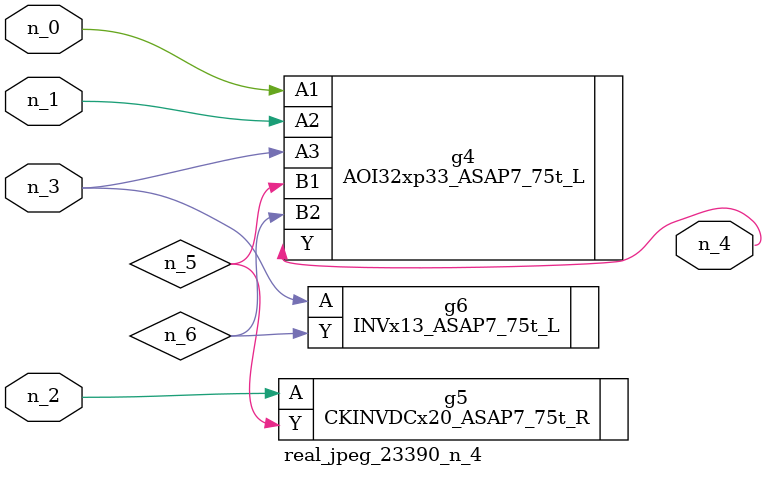
<source format=v>
module real_jpeg_23390_n_4 (n_3, n_1, n_0, n_2, n_4);

input n_3;
input n_1;
input n_0;
input n_2;

output n_4;

wire n_5;
wire n_6;

AOI32xp33_ASAP7_75t_L g4 ( 
.A1(n_0),
.A2(n_1),
.A3(n_3),
.B1(n_5),
.B2(n_6),
.Y(n_4)
);

CKINVDCx20_ASAP7_75t_R g5 ( 
.A(n_2),
.Y(n_5)
);

INVx13_ASAP7_75t_L g6 ( 
.A(n_3),
.Y(n_6)
);


endmodule
</source>
